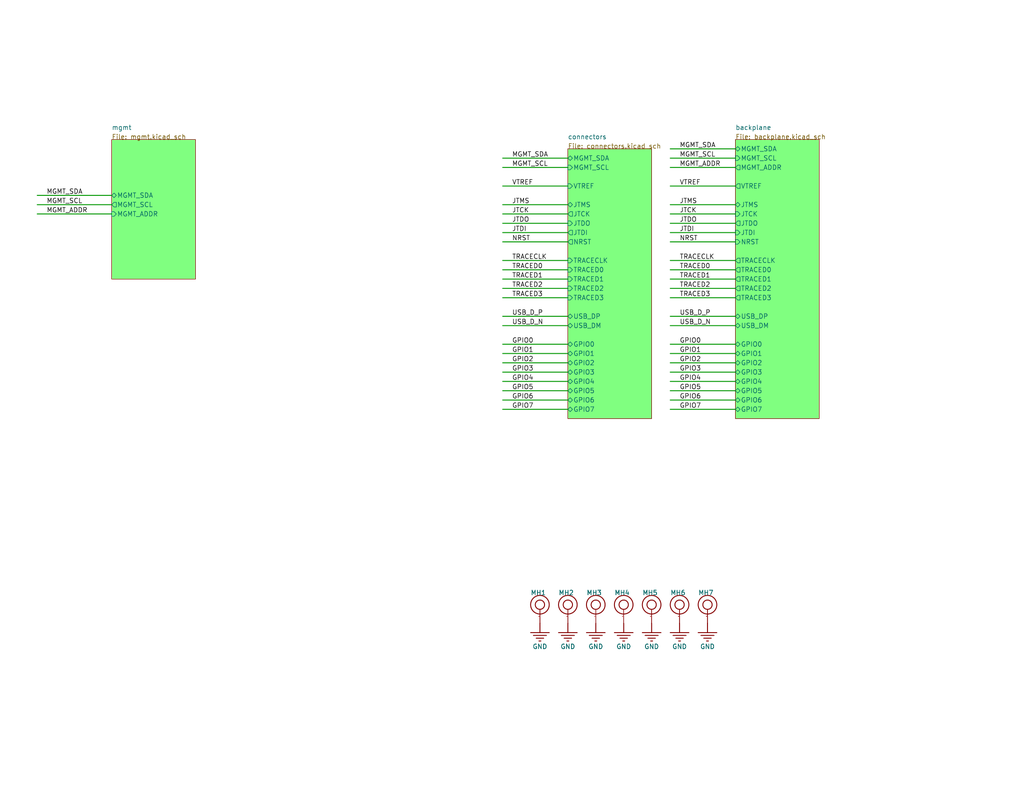
<source format=kicad_sch>
(kicad_sch (version 20231120) (generator "eeschema") (generator_version "7.99")
  (paper "A")
  (lib_symbols
    (symbol "top-altium-import:GND" (power)
      (property "Reference" "#PWR" (at 0 0 0))
      (property "Value" "GND" (at 0 6.35 0))
      (symbol "GND_0_0"
        (polyline (pts (xy -2.54 -2.54) (xy 2.54 -2.54)) (stroke (width 0.254)))
        (polyline (pts (xy -1.778 -3.302) (xy 1.778 -3.302)) (stroke (width 0.254)))
        (polyline (pts (xy -1.016 -4.064) (xy 1.016 -4.064)) (stroke (width 0.254)))
        (polyline (pts (xy -0.254 -4.826) (xy 0.254 -4.826)) (stroke (width 0.254)))
        (polyline (pts (xy 0 0) (xy 0 -2.54)) (stroke (width 0.254)))
        (pin power_in line (at 0 0 0) (length 0) hide (name "GND") (number ""))
      )
    )
    (symbol "top-altium-import:root_1_Mounting_Hole"
      (symbol "root_1_Mounting_Hole_1_0"
        (circle (center 0 0) (radius 1.27) (stroke (width 0.254)))
        (circle (center 0 0) (radius 2.54) (stroke (width 0.254)))
        (pin passive line (at 0 -5.08 90) (length 3.81) (name "") (number "1"))
      )
    )
  )
  (wire (pts (xy 182.88 50.8) (xy 200.66 50.8)) (stroke (width 0.254)))
  (wire (pts (xy 10.16 58.42) (xy 30.48 58.42)) (stroke (width 0.254)))
  (wire (pts (xy 182.88 55.88) (xy 200.66 55.88)) (stroke (width 0.254)))
  (wire (pts (xy 137.16 101.6) (xy 154.94 101.6)) (stroke (width 0.254)))
  (wire (pts (xy 182.88 63.5) (xy 200.66 63.5)) (stroke (width 0.254)))
  (wire (pts (xy 182.88 93.98) (xy 200.66 93.98)) (stroke (width 0.254)))
  (wire (pts (xy 137.16 111.76) (xy 154.94 111.76)) (stroke (width 0.254)))
  (wire (pts (xy 137.16 63.5) (xy 154.94 63.5)) (stroke (width 0.254)))
  (wire (pts (xy 137.16 55.88) (xy 154.94 55.88)) (stroke (width 0.254)))
  (wire (pts (xy 137.16 86.36) (xy 154.94 86.36)) (stroke (width 0.254)))
  (wire (pts (xy 182.88 96.52) (xy 200.66 96.52)) (stroke (width 0.254)))
  (wire (pts (xy 137.16 106.68) (xy 154.94 106.68)) (stroke (width 0.254)))
  (wire (pts (xy 137.16 71.12) (xy 154.94 71.12)) (stroke (width 0.254)))
  (wire (pts (xy 137.16 88.9) (xy 154.94 88.9)) (stroke (width 0.254)))
  (wire (pts (xy 182.88 86.36) (xy 200.66 86.36)) (stroke (width 0.254)))
  (wire (pts (xy 137.16 66.04) (xy 154.94 66.04)) (stroke (width 0.254)))
  (wire (pts (xy 182.88 58.42) (xy 200.66 58.42)) (stroke (width 0.254)))
  (wire (pts (xy 182.88 81.28) (xy 200.66 81.28)) (stroke (width 0.254)))
  (wire (pts (xy 182.88 101.6) (xy 200.66 101.6)) (stroke (width 0.254)))
  (wire (pts (xy 137.16 50.8) (xy 154.94 50.8)) (stroke (width 0.254)))
  (wire (pts (xy 182.88 71.12) (xy 200.66 71.12)) (stroke (width 0.254)))
  (wire (pts (xy 182.88 88.9) (xy 200.66 88.9)) (stroke (width 0.254)))
  (wire (pts (xy 182.88 66.04) (xy 200.66 66.04)) (stroke (width 0.254)))
  (wire (pts (xy 182.88 45.72) (xy 200.66 45.72)) (stroke (width 0.254)))
  (wire (pts (xy 137.16 96.52) (xy 154.94 96.52)) (stroke (width 0.254)))
  (wire (pts (xy 137.16 60.96) (xy 154.94 60.96)) (stroke (width 0.254)))
  (wire (pts (xy 137.16 76.2) (xy 154.94 76.2)) (stroke (width 0.254)))
  (wire (pts (xy 137.16 93.98) (xy 154.94 93.98)) (stroke (width 0.254)))
  (wire (pts (xy 137.16 78.74) (xy 154.94 78.74)) (stroke (width 0.254)))
  (wire (pts (xy 10.16 53.34) (xy 30.48 53.34)) (stroke (width 0.254)))
  (wire (pts (xy 137.16 81.28) (xy 154.94 81.28)) (stroke (width 0.254)))
  (wire (pts (xy 182.88 40.64) (xy 200.66 40.64)) (stroke (width 0.254)))
  (wire (pts (xy 182.88 43.18) (xy 200.66 43.18)) (stroke (width 0.254)))
  (wire (pts (xy 137.16 104.14) (xy 154.94 104.14)) (stroke (width 0.254)))
  (wire (pts (xy 182.88 76.2) (xy 200.66 76.2)) (stroke (width 0.254)))
  (wire (pts (xy 182.88 78.74) (xy 200.66 78.74)) (stroke (width 0.254)))
  (wire (pts (xy 137.16 73.66) (xy 154.94 73.66)) (stroke (width 0.254)))
  (wire (pts (xy 182.88 104.14) (xy 200.66 104.14)) (stroke (width 0.254)))
  (wire (pts (xy 182.88 73.66) (xy 200.66 73.66)) (stroke (width 0.254)))
  (wire (pts (xy 137.16 109.22) (xy 154.94 109.22)) (stroke (width 0.254)))
  (wire (pts (xy 182.88 99.06) (xy 200.66 99.06)) (stroke (width 0.254)))
  (wire (pts (xy 10.16 55.88) (xy 30.48 55.88)) (stroke (width 0.254)))
  (wire (pts (xy 182.88 111.76) (xy 200.66 111.76)) (stroke (width 0.254)))
  (wire (pts (xy 137.16 99.06) (xy 154.94 99.06)) (stroke (width 0.254)))
  (wire (pts (xy 182.88 106.68) (xy 200.66 106.68)) (stroke (width 0.254)))
  (wire (pts (xy 182.88 109.22) (xy 200.66 109.22)) (stroke (width 0.254)))
  (wire (pts (xy 137.16 45.72) (xy 154.94 45.72)) (stroke (width 0.254)))
  (wire (pts (xy 137.16 43.18) (xy 154.94 43.18)) (stroke (width 0.254)))
  (wire (pts (xy 182.88 60.96) (xy 200.66 60.96)) (stroke (width 0.254)))
  (wire (pts (xy 137.16 58.42) (xy 154.94 58.42)) (stroke (width 0.254)))
  (label "GPIO5" (at 185.42 106.68 0))
  (label "GPIO7" (at 139.7 111.76 0))
  (label "TRACED2" (at 139.7 78.74 0))
  (label "JTDO" (at 185.42 60.96 0))
  (label "JTCK" (at 139.7 58.42 0))
  (label "TRACED0" (at 185.42 73.66 0))
  (label "MGMT_SCL" (at 12.7 55.88 0))
  (label "TRACECLK" (at 139.7 71.12 0))
  (label "GPIO2" (at 139.7 99.06 0))
  (label "MGMT_SCL" (at 139.7 45.72 0))
  (label "GPIO3" (at 139.7 101.6 0))
  (label "GPIO1" (at 139.7 96.52 0))
  (label "TRACED3" (at 139.7 81.28 0))
  (label "GPIO6" (at 185.42 109.22 0))
  (label "TRACED0" (at 139.7 73.66 0))
  (label "GPIO0" (at 185.42 93.98 0))
  (label "JTMS" (at 185.42 55.88 0))
  (label "GPIO6" (at 139.7 109.22 0))
  (label "JTMS" (at 139.7 55.88 0))
  (label "USB_D_P" (at 139.7 86.36 0))
  (label "USB_D_N" (at 139.7 88.9 0))
  (label "JTCK" (at 185.42 58.42 0))
  (label "TRACED2" (at 185.42 78.74 0))
  (label "MGMT_SDA" (at 12.7 53.34 0))
  (label "MGMT_ADDR" (at 12.7 58.42 0))
  (label "TRACED3" (at 185.42 81.28 0))
  (label "NRST" (at 139.7 66.04 0))
  (label "USB_D_N" (at 185.42 88.9 0))
  (label "MGMT_SDA" (at 185.42 40.64 0))
  (label "JTDO" (at 139.7 60.96 0))
  (label "TRACED1" (at 139.7 76.2 0))
  (label "GPIO2" (at 185.42 99.06 0))
  (label "GPIO0" (at 139.7 93.98 0))
  (label "GPIO5" (at 139.7 106.68 0))
  (label "GPIO3" (at 185.42 101.6 0))
  (label "MGMT_SDA" (at 139.7 43.18 0))
  (label "GPIO4" (at 139.7 104.14 0))
  (label "GPIO1" (at 185.42 96.52 0))
  (label "JTDI" (at 185.42 63.5 0))
  (label "GPIO7" (at 185.42 111.76 0))
  (label "NRST" (at 185.42 66.04 0))
  (label "TRACED1" (at 185.42 76.2 0))
  (label "JTDI" (at 139.7 63.5 0))
  (label "MGMT_SCL" (at 185.42 43.18 0))
  (label "TRACECLK" (at 185.42 71.12 0))
  (label "MGMT_ADDR" (at 185.42 45.72 0))
  (label "VTREF" (at 139.7 50.8 0))
  (label "VTREF" (at 185.42 50.8 0))
  (label "USB_D_P" (at 185.42 86.36 0))
  (label "GPIO4" (at 185.42 104.14 0))
  (symbol (lib_id "top-altium-import:root_1_Mounting_Hole") (at 193.04 165.1 0) (unit 1)
    (property "Reference" "MH7" (at 190.5 162.56 0) (effects (justify left bottom)))
    (property "Value" "Mounting_Hole" (effects (hide yes)))
    (property "Footprint" "WA-SMSI_M2.5" (effects (hide yes)))
  )
  (symbol (lib_id "top-altium-import:root_1_Mounting_Hole") (at 147.32 165.1 0) (unit 1)
    (property "Reference" "MH1" (at 144.78 162.56 0) (effects (justify left bottom)))
    (property "Value" "Mounting_Hole" (effects (hide yes)))
    (property "Footprint" "WA-SMSI_M2.5" (effects (hide yes)))
  )
  (symbol (lib_id "top-altium-import:GND") (at 170.18 170.18 0) (unit 1)
    (property "Reference" "#PWR?" (effects (hide yes)))
    (property "Value" "GND" (at 170.18 176.53 0))
  )
  (symbol (lib_id "top-altium-import:root_1_Mounting_Hole") (at 185.42 165.1 0) (unit 1)
    (property "Reference" "MH6" (at 182.88 162.56 0) (effects (justify left bottom)))
    (property "Value" "Mounting_Hole" (effects (hide yes)))
    (property "Footprint" "WA-SMSI_M2.5" (effects (hide yes)))
  )
  (symbol (lib_id "top-altium-import:GND") (at 147.32 170.18 0) (unit 1)
    (property "Reference" "#PWR?" (effects (hide yes)))
    (property "Value" "GND" (at 147.32 176.53 0))
  )
  (symbol (lib_id "top-altium-import:root_1_Mounting_Hole") (at 177.8 165.1 0) (unit 1)
    (property "Reference" "MH5" (at 175.26 162.56 0) (effects (justify left bottom)))
    (property "Value" "Mounting_Hole" (effects (hide yes)))
    (property "Footprint" "WA-SMSI_M2.5" (effects (hide yes)))
  )
  (symbol (lib_id "top-altium-import:GND") (at 154.94 170.18 0) (unit 1)
    (property "Reference" "#PWR?" (effects (hide yes)))
    (property "Value" "GND" (at 154.94 176.53 0))
  )
  (symbol (lib_id "top-altium-import:GND") (at 193.04 170.18 0) (unit 1)
    (property "Reference" "#PWR?" (effects (hide yes)))
    (property "Value" "GND" (at 193.04 176.53 0))
  )
  (symbol (lib_id "top-altium-import:root_1_Mounting_Hole") (at 170.18 165.1 0) (unit 1)
    (property "Reference" "MH4" (at 167.64 162.56 0) (effects (justify left bottom)))
    (property "Value" "Mounting_Hole" (effects (hide yes)))
    (property "Footprint" "WA-SMSI_M2.5" (effects (hide yes)))
  )
  (symbol (lib_id "top-altium-import:GND") (at 177.8 170.18 0) (unit 1)
    (property "Reference" "#PWR?" (effects (hide yes)))
    (property "Value" "GND" (at 177.8 176.53 0))
  )
  (symbol (lib_id "top-altium-import:GND") (at 162.56 170.18 0) (unit 1)
    (property "Reference" "#PWR?" (effects (hide yes)))
    (property "Value" "GND" (at 162.56 176.53 0))
  )
  (symbol (lib_id "top-altium-import:GND") (at 185.42 170.18 0) (unit 1)
    (property "Reference" "#PWR?" (effects (hide yes)))
    (property "Value" "GND" (at 185.42 176.53 0))
  )
  (symbol (lib_id "top-altium-import:root_1_Mounting_Hole") (at 162.56 165.1 0) (unit 1)
    (property "Reference" "MH3" (at 160.02 162.56 0) (effects (justify left bottom)))
    (property "Value" "Mounting_Hole" (effects (hide yes)))
    (property "Footprint" "WA-SMSI_M2.5" (effects (hide yes)))
  )
  (symbol (lib_id "top-altium-import:root_1_Mounting_Hole") (at 154.94 165.1 0) (unit 1)
    (property "Reference" "MH2" (at 152.4 162.56 0) (effects (justify left bottom)))
    (property "Value" "Mounting_Hole" (effects (hide yes)))
    (property "Footprint" "WA-SMSI_M2.5" (effects (hide yes)))
  )
  (sheet (at 200.66 38.1) (size 22.86 76.2) (stroke (width 0) (color 128 0 0 1)) (fill (color 128 255 128 1.0000))
    (property "Sheetname" "backplane" (at 200.66 35.56 0) (effects (justify left bottom)))
    (property "Sheetfile" "backplane.kicad_sch" (at 200.66 38.1 0) (effects (justify left bottom)))
    (pin "JTCK" input (at 200.66 58.42 180))
    (pin "GPIO1" bidirectional (at 200.66 96.52 180))
    (pin "GPIO0" bidirectional (at 200.66 93.98 180))
    (pin "TRACED0" output (at 200.66 73.66 180))
    (pin "GPIO6" bidirectional (at 200.66 109.22 180))
    (pin "USB_DP" bidirectional (at 200.66 86.36 180))
    (pin "NRST" input (at 200.66 66.04 180))
    (pin "USB_DM" bidirectional (at 200.66 88.9 180))
    (pin "MGMT_SDA" bidirectional (at 200.66 40.64 180))
    (pin "GPIO5" bidirectional (at 200.66 106.68 180))
    (pin "JTDO" output (at 200.66 60.96 180))
    (pin "GPIO7" bidirectional (at 200.66 111.76 180))
    (pin "GPIO3" bidirectional (at 200.66 101.6 180))
    (pin "VTREF" output (at 200.66 50.8 180))
    (pin "TRACED2" output (at 200.66 78.74 180))
    (pin "GPIO2" bidirectional (at 200.66 99.06 180))
    (pin "TRACECLK" output (at 200.66 71.12 180))
    (pin "GPIO4" bidirectional (at 200.66 104.14 180))
    (pin "MGMT_SCL" input (at 200.66 43.18 180))
    (pin "JTMS" bidirectional (at 200.66 55.88 180))
    (pin "TRACED3" output (at 200.66 81.28 180))
    (pin "TRACED1" output (at 200.66 76.2 180))
    (pin "JTDI" input (at 200.66 63.5 180))
    (pin "MGMT_ADDR" output (at 200.66 45.72 180))
  )
  (sheet (at 154.94 40.64) (size 22.86 73.66) (stroke (width 0) (color 128 0 0 1)) (fill (color 128 255 128 1.0000))
    (property "Sheetname" "connectors" (at 154.94 38.1 0) (effects (justify left bottom)))
    (property "Sheetfile" "connectors.kicad_sch" (at 154.94 40.64 0) (effects (justify left bottom)))
    (pin "JTCK" output (at 154.94 58.42 180))
    (pin "GPIO1" bidirectional (at 154.94 96.52 180))
    (pin "GPIO0" bidirectional (at 154.94 93.98 180))
    (pin "TRACED0" input (at 154.94 73.66 180))
    (pin "GPIO6" bidirectional (at 154.94 109.22 180))
    (pin "USB_DP" bidirectional (at 154.94 86.36 180))
    (pin "NRST" output (at 154.94 66.04 180))
    (pin "USB_DM" bidirectional (at 154.94 88.9 180))
    (pin "MGMT_SDA" bidirectional (at 154.94 43.18 180))
    (pin "GPIO5" bidirectional (at 154.94 106.68 180))
    (pin "JTDO" input (at 154.94 60.96 180))
    (pin "GPIO7" bidirectional (at 154.94 111.76 180))
    (pin "GPIO3" bidirectional (at 154.94 101.6 180))
    (pin "VTREF" input (at 154.94 50.8 180))
    (pin "TRACED2" input (at 154.94 78.74 180))
    (pin "GPIO2" bidirectional (at 154.94 99.06 180))
    (pin "TRACECLK" input (at 154.94 71.12 180))
    (pin "GPIO4" bidirectional (at 154.94 104.14 180))
    (pin "MGMT_SCL" input (at 154.94 45.72 180))
    (pin "JTMS" bidirectional (at 154.94 55.88 180))
    (pin "TRACED3" input (at 154.94 81.28 180))
    (pin "TRACED1" input (at 154.94 76.2 180))
    (pin "JTDI" output (at 154.94 63.5 180))
  )
  (sheet (at 30.48 38.1) (size 22.86 38.1) (stroke (width 0) (color 128 0 0 1)) (fill (color 128 255 128 1.0000))
    (property "Sheetname" "mgmt" (at 30.48 35.56 0) (effects (justify left bottom)))
    (property "Sheetfile" "mgmt.kicad_sch" (at 30.48 38.1 0) (effects (justify left bottom)))
    (pin "MGMT_SDA" bidirectional (at 30.48 53.34 180))
    (pin "MGMT_SCL" output (at 30.48 55.88 180))
    (pin "MGMT_ADDR" input (at 30.48 58.42 180))
  )
)
</source>
